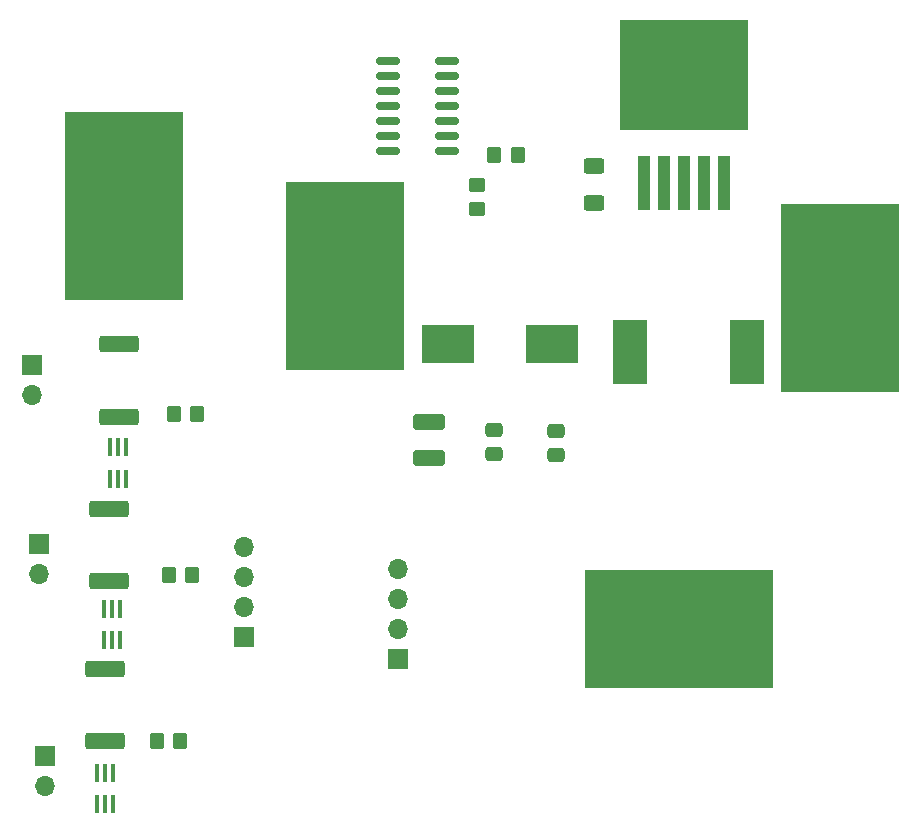
<source format=gbr>
%TF.GenerationSoftware,KiCad,Pcbnew,(6.0.2)*%
%TF.CreationDate,2022-03-20T03:32:58-07:00*%
%TF.ProjectId,ChargerPOC,43686172-6765-4725-904f-432e6b696361,rev?*%
%TF.SameCoordinates,Original*%
%TF.FileFunction,Soldermask,Top*%
%TF.FilePolarity,Negative*%
%FSLAX46Y46*%
G04 Gerber Fmt 4.6, Leading zero omitted, Abs format (unit mm)*
G04 Created by KiCad (PCBNEW (6.0.2)) date 2022-03-20 03:32:58*
%MOMM*%
%LPD*%
G01*
G04 APERTURE LIST*
G04 Aperture macros list*
%AMRoundRect*
0 Rectangle with rounded corners*
0 $1 Rounding radius*
0 $2 $3 $4 $5 $6 $7 $8 $9 X,Y pos of 4 corners*
0 Add a 4 corners polygon primitive as box body*
4,1,4,$2,$3,$4,$5,$6,$7,$8,$9,$2,$3,0*
0 Add four circle primitives for the rounded corners*
1,1,$1+$1,$2,$3*
1,1,$1+$1,$4,$5*
1,1,$1+$1,$6,$7*
1,1,$1+$1,$8,$9*
0 Add four rect primitives between the rounded corners*
20,1,$1+$1,$2,$3,$4,$5,0*
20,1,$1+$1,$4,$5,$6,$7,0*
20,1,$1+$1,$6,$7,$8,$9,0*
20,1,$1+$1,$8,$9,$2,$3,0*%
G04 Aperture macros list end*
%ADD10R,10.000000X8.000000*%
%ADD11R,1.700000X1.700000*%
%ADD12O,1.700000X1.700000*%
%ADD13R,8.000000X10.000000*%
%ADD14RoundRect,0.150000X0.825000X0.150000X-0.825000X0.150000X-0.825000X-0.150000X0.825000X-0.150000X0*%
%ADD15RoundRect,0.250000X-0.450000X0.350000X-0.450000X-0.350000X0.450000X-0.350000X0.450000X0.350000X0*%
%ADD16RoundRect,0.250000X-0.350000X-0.450000X0.350000X-0.450000X0.350000X0.450000X-0.350000X0.450000X0*%
%ADD17RoundRect,0.249999X-1.425001X0.450001X-1.425001X-0.450001X1.425001X-0.450001X1.425001X0.450001X0*%
%ADD18R,1.100000X4.600000*%
%ADD19R,10.800000X9.400000*%
%ADD20R,0.400000X1.500000*%
%ADD21R,2.900000X5.400000*%
%ADD22RoundRect,0.250000X-1.100000X0.412500X-1.100000X-0.412500X1.100000X-0.412500X1.100000X0.412500X0*%
%ADD23RoundRect,0.250000X-0.475000X0.337500X-0.475000X-0.337500X0.475000X-0.337500X0.475000X0.337500X0*%
%ADD24R,4.500000X3.300000*%
%ADD25RoundRect,0.250000X0.625000X-0.400000X0.625000X0.400000X-0.625000X0.400000X-0.625000X-0.400000X0*%
G04 APERTURE END LIST*
D10*
%TO.C,J5*%
X33248600Y-74422000D03*
X33248600Y-82422000D03*
%TD*%
%TO.C,J4*%
X51943000Y-80334000D03*
X51943000Y-88334000D03*
%TD*%
D11*
%TO.C,J3*%
X56438800Y-116763800D03*
D12*
X56438800Y-114223800D03*
X56438800Y-111683800D03*
X56438800Y-109143800D03*
%TD*%
D11*
%TO.C,J2*%
X43408600Y-114925000D03*
D12*
X43408600Y-112385000D03*
X43408600Y-109845000D03*
X43408600Y-107305000D03*
%TD*%
D10*
%TO.C,J1*%
X93903800Y-82219800D03*
X93903800Y-90219800D03*
%TD*%
D13*
%TO.C,J6*%
X84251800Y-114198400D03*
X76251800Y-114198400D03*
%TD*%
D14*
%TO.C,U10*%
X60564800Y-73752200D03*
X60564800Y-72482200D03*
X60564800Y-71212200D03*
X60564800Y-69942200D03*
X60564800Y-68672200D03*
X60564800Y-67402200D03*
X60564800Y-66132200D03*
X55614800Y-66132200D03*
X55614800Y-67402200D03*
X55614800Y-68672200D03*
X55614800Y-69942200D03*
X55614800Y-71212200D03*
X55614800Y-72482200D03*
X55614800Y-73752200D03*
%TD*%
D15*
%TO.C,R17*%
X63144400Y-76673200D03*
X63144400Y-78673200D03*
%TD*%
D16*
%TO.C,R15*%
X64592200Y-74082400D03*
X66592200Y-74082400D03*
%TD*%
%TO.C,R6*%
X35998400Y-123698000D03*
X37998400Y-123698000D03*
%TD*%
%TO.C,R5*%
X37033200Y-109702600D03*
X39033200Y-109702600D03*
%TD*%
%TO.C,R4*%
X37439600Y-96012000D03*
X39439600Y-96012000D03*
%TD*%
D11*
%TO.C,BT3*%
X26517600Y-125013800D03*
D12*
X26517600Y-127553800D03*
%TD*%
D11*
%TO.C,BT2*%
X26009600Y-106995200D03*
D12*
X26009600Y-109535200D03*
%TD*%
D11*
%TO.C,BT1*%
X25450800Y-91846400D03*
D12*
X25450800Y-94386400D03*
%TD*%
D17*
%TO.C,R2*%
X31978600Y-104063800D03*
X31978600Y-110163800D03*
%TD*%
D18*
%TO.C,U11*%
X77226000Y-76497400D03*
X78926000Y-76497400D03*
X80626000Y-76497400D03*
D19*
X80626000Y-67347400D03*
D18*
X82326000Y-76497400D03*
X84026000Y-76497400D03*
%TD*%
D20*
%TO.C,U3*%
X32283400Y-126415800D03*
X31633400Y-126415800D03*
X30983400Y-126415800D03*
X30983400Y-129075800D03*
X31633400Y-129075800D03*
X32283400Y-129075800D03*
%TD*%
D21*
%TO.C,L1*%
X85976000Y-90754200D03*
X76076000Y-90754200D03*
%TD*%
D22*
%TO.C,C3*%
X59080400Y-96672400D03*
X59080400Y-99797400D03*
%TD*%
D20*
%TO.C,U2*%
X32882600Y-112547400D03*
X32232600Y-112547400D03*
X31582600Y-112547400D03*
X31582600Y-115207400D03*
X32232600Y-115207400D03*
X32882600Y-115207400D03*
%TD*%
D23*
%TO.C,C4*%
X64592200Y-97358200D03*
X64592200Y-99433200D03*
%TD*%
%TO.C,C5*%
X69824600Y-97459800D03*
X69824600Y-99534800D03*
%TD*%
D20*
%TO.C,U1*%
X33390600Y-98847600D03*
X32740600Y-98847600D03*
X32090600Y-98847600D03*
X32090600Y-101507600D03*
X32740600Y-101507600D03*
X33390600Y-101507600D03*
%TD*%
D17*
%TO.C,R3*%
X31648400Y-117602000D03*
X31648400Y-123702000D03*
%TD*%
%TO.C,R1*%
X32791400Y-90144600D03*
X32791400Y-96244600D03*
%TD*%
D24*
%TO.C,D3*%
X60700200Y-90093800D03*
X69500200Y-90093800D03*
%TD*%
D25*
%TO.C,R14*%
X73025000Y-78131600D03*
X73025000Y-75031600D03*
%TD*%
M02*

</source>
